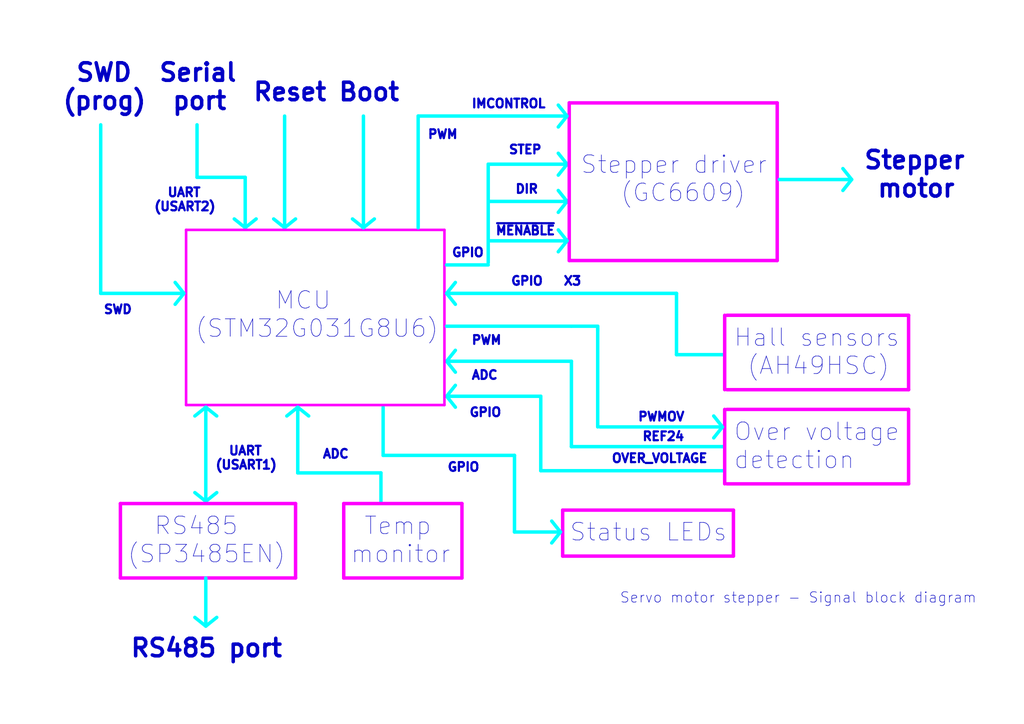
<source format=kicad_sch>
(kicad_sch
	(version 20250114)
	(generator "eeschema")
	(generator_version "9.0")
	(uuid "55f62029-af66-4168-97aa-c791fab7ce0f")
	(paper "A4")
	(title_block
		(title "Servo motor stepper M17 -  Signal block diagram")
		(date "2025-11-26")
		(rev "1.5")
	)
	(lib_symbols)
	(text "~{MENABLE}"
		(exclude_from_sim no)
		(at 143.51 68.58 0)
		(effects
			(font
				(size 2.54 2.54)
				(thickness 1.016)
				(bold yes)
			)
			(justify left bottom)
		)
		(uuid "0306a389-d773-48c0-b506-b4fc1c7b3103")
	)
	(text "Stepper driver\n   (GC6609)"
		(exclude_from_sim no)
		(at 168.275 59.055 0)
		(effects
			(font
				(size 5.08 5.08)
			)
			(justify left bottom)
		)
		(uuid "25a47439-cdf4-436d-8824-5a3b87c9ca49")
	)
	(text "Serial\n port"
		(exclude_from_sim no)
		(at 45.72 32.385 0)
		(effects
			(font
				(size 5.08 5.08)
				(thickness 1.016)
				(bold yes)
			)
			(justify left bottom)
		)
		(uuid "2cf457ec-01bc-4338-93d4-014d72c260eb")
	)
	(text "REF24"
		(exclude_from_sim no)
		(at 186.055 128.27 0)
		(effects
			(font
				(size 2.54 2.54)
				(thickness 1.016)
				(bold yes)
			)
			(justify left bottom)
		)
		(uuid "2e8598d1-76f5-4b81-9377-a05469d76b24")
	)
	(text "  RS485\n(SP3485EN)"
		(exclude_from_sim no)
		(at 36.83 163.83 0)
		(effects
			(font
				(size 5.08 5.08)
			)
			(justify left bottom)
		)
		(uuid "3d827aa1-ff9c-4171-b100-10607c1952d7")
	)
	(text " Temp\nmonitor"
		(exclude_from_sim no)
		(at 101.6 163.83 0)
		(effects
			(font
				(size 5.08 5.08)
			)
			(justify left bottom)
		)
		(uuid "4a52f72c-ca90-46f1-b7fa-21b3ac47ff4c")
	)
	(text "  UART\n(USART2)"
		(exclude_from_sim no)
		(at 44.45 61.595 0)
		(effects
			(font
				(size 2.54 2.54)
				(thickness 1.016)
				(bold yes)
			)
			(justify left bottom)
		)
		(uuid "4c1748e3-d4fd-42bb-b483-4c86a5f32e3e")
	)
	(text "      MCU\n(STM32G031G8U6)"
		(exclude_from_sim no)
		(at 56.515 98.425 0)
		(effects
			(font
				(size 5.08 5.08)
			)
			(justify left bottom)
		)
		(uuid "6099760b-ffe1-4054-98b7-6889c08e16bd")
	)
	(text "IMCONTROL"
		(exclude_from_sim no)
		(at 136.525 31.75 0)
		(effects
			(font
				(size 2.54 2.54)
				(thickness 1.016)
				(bold yes)
			)
			(justify left bottom)
		)
		(uuid "62dc8ea7-8208-4ea8-8c88-111f7b918189")
	)
	(text "ADC"
		(exclude_from_sim no)
		(at 93.345 133.35 0)
		(effects
			(font
				(size 2.54 2.54)
				(thickness 1.016)
				(bold yes)
			)
			(justify left bottom)
		)
		(uuid "673a4462-b109-4a7d-9a35-e6cebf415301")
	)
	(text "  UART\n(USART1)"
		(exclude_from_sim no)
		(at 62.23 136.525 0)
		(effects
			(font
				(size 2.54 2.54)
				(thickness 1.016)
				(bold yes)
			)
			(justify left bottom)
		)
		(uuid "687a1f6f-8780-406a-b095-b7d074b5efb8")
	)
	(text "PWM"
		(exclude_from_sim no)
		(at 136.525 100.33 0)
		(effects
			(font
				(size 2.54 2.54)
				(thickness 1.016)
				(bold yes)
			)
			(justify left bottom)
		)
		(uuid "6b558bc8-9b1e-462b-b2c5-72340ac7489f")
	)
	(text "GPIO"
		(exclude_from_sim no)
		(at 130.81 74.93 0)
		(effects
			(font
				(size 2.54 2.54)
				(thickness 1.016)
				(bold yes)
			)
			(justify left bottom)
		)
		(uuid "7bba3167-a655-4a3b-9572-010169bad36b")
	)
	(text "STEP"
		(exclude_from_sim no)
		(at 147.32 45.085 0)
		(effects
			(font
				(size 2.54 2.54)
				(thickness 1.016)
				(bold yes)
			)
			(justify left bottom)
		)
		(uuid "7bfe9e35-2194-4f4f-b870-912adeb9da52")
	)
	(text "X3"
		(exclude_from_sim no)
		(at 163.195 83.185 0)
		(effects
			(font
				(size 2.54 2.54)
				(thickness 1.016)
				(bold yes)
			)
			(justify left bottom)
		)
		(uuid "7c4cdafa-7540-47d0-8fdf-2cfdb95ef711")
	)
	(text " SWD\n(prog)"
		(exclude_from_sim no)
		(at 17.78 32.385 0)
		(effects
			(font
				(size 5.08 5.08)
				(thickness 1.016)
				(bold yes)
			)
			(justify left bottom)
		)
		(uuid "907c43af-cb83-4907-8b4c-440f534d9b10")
	)
	(text "Over voltage\ndetection"
		(exclude_from_sim no)
		(at 212.725 136.525 0)
		(effects
			(font
				(size 5.08 5.08)
			)
			(justify left bottom)
		)
		(uuid "94db8ab0-fcf4-4e31-b697-784bea86c35f")
	)
	(text "OVER_VOLTAGE"
		(exclude_from_sim no)
		(at 177.165 134.62 0)
		(effects
			(font
				(size 2.54 2.54)
				(thickness 1.016)
				(bold yes)
			)
			(justify left bottom)
		)
		(uuid "980f2a8f-a880-4622-b609-81f2cc363877")
	)
	(text "Status LEDs"
		(exclude_from_sim no)
		(at 165.1 157.48 0)
		(effects
			(font
				(size 5.08 5.08)
			)
			(justify left bottom)
		)
		(uuid "9bd0d460-e1ed-42e3-b5ae-d923f82244c3")
	)
	(text "ADC"
		(exclude_from_sim no)
		(at 136.525 110.49 0)
		(effects
			(font
				(size 2.54 2.54)
				(thickness 1.016)
				(bold yes)
			)
			(justify left bottom)
		)
		(uuid "a17adc27-aa84-41ce-88c0-d1d7980ad4a7")
	)
	(text "Boot"
		(exclude_from_sim no)
		(at 97.79 29.845 0)
		(effects
			(font
				(size 5.08 5.08)
				(thickness 1.016)
				(bold yes)
			)
			(justify left bottom)
		)
		(uuid "a25bb2ab-7eb7-4395-92d8-669afec33b58")
	)
	(text "GPIO"
		(exclude_from_sim no)
		(at 147.955 83.185 0)
		(effects
			(font
				(size 2.54 2.54)
				(thickness 1.016)
				(bold yes)
			)
			(justify left bottom)
		)
		(uuid "a8ee3644-3b19-4111-aec1-2af42edcafbe")
	)
	(text "PWMOV"
		(exclude_from_sim no)
		(at 184.785 122.555 0)
		(effects
			(font
				(size 2.54 2.54)
				(thickness 1.016)
				(bold yes)
			)
			(justify left bottom)
		)
		(uuid "b1bc9926-1c4b-40f7-b3ab-3bf14cc3939e")
	)
	(text "Reset"
		(exclude_from_sim no)
		(at 73.025 29.845 0)
		(effects
			(font
				(size 5.08 5.08)
				(thickness 1.016)
				(bold yes)
			)
			(justify left bottom)
		)
		(uuid "b6578426-8552-4973-9970-ae7467a33c72")
	)
	(text "DIR"
		(exclude_from_sim no)
		(at 149.225 56.515 0)
		(effects
			(font
				(size 2.54 2.54)
				(thickness 1.016)
				(bold yes)
			)
			(justify left bottom)
		)
		(uuid "c9dd3c25-2a4b-48f9-b241-1ab2ff1847a6")
	)
	(text "Stepper\n motor"
		(exclude_from_sim no)
		(at 250.19 57.785 0)
		(effects
			(font
				(size 5.08 5.08)
				(thickness 1.016)
				(bold yes)
			)
			(justify left bottom)
		)
		(uuid "cc049191-e591-47ad-8eaf-b9b077413515")
	)
	(text "PWM"
		(exclude_from_sim no)
		(at 123.825 40.64 0)
		(effects
			(font
				(size 2.54 2.54)
				(thickness 1.016)
				(bold yes)
			)
			(justify left bottom)
		)
		(uuid "d9b9c27d-8998-43e6-9c42-a6c635a32565")
	)
	(text "GPIO"
		(exclude_from_sim no)
		(at 135.89 121.285 0)
		(effects
			(font
				(size 2.54 2.54)
				(thickness 1.016)
				(bold yes)
			)
			(justify left bottom)
		)
		(uuid "e210297d-26f6-47a2-953b-98d69dce99fb")
	)
	(text "RS485 port"
		(exclude_from_sim no)
		(at 37.465 191.135 0)
		(effects
			(font
				(size 5.08 5.08)
				(thickness 1.016)
				(bold yes)
			)
			(justify left bottom)
		)
		(uuid "e463dc67-5dfe-4c85-b969-faab3b51e781")
	)
	(text "Servo motor stepper - Signal block diagram"
		(exclude_from_sim no)
		(at 179.705 175.26 0)
		(effects
			(font
				(size 3 3)
			)
			(justify left bottom)
		)
		(uuid "e4adba42-d137-4631-96d4-45c791b149da")
	)
	(text "Hall sensors\n (AH49HSC)"
		(exclude_from_sim no)
		(at 212.725 109.22 0)
		(effects
			(font
				(size 5.08 5.08)
			)
			(justify left bottom)
		)
		(uuid "ec5c4dfc-e68a-40e3-ae7e-c7204bc1e336")
	)
	(text "SWD"
		(exclude_from_sim no)
		(at 29.845 91.44 0)
		(effects
			(font
				(size 2.54 2.54)
				(thickness 1.016)
				(bold yes)
			)
			(justify left bottom)
		)
		(uuid "f5cecdcf-926d-49bd-853e-ec95505d0122")
	)
	(text "GPIO"
		(exclude_from_sim no)
		(at 129.54 137.16 0)
		(effects
			(font
				(size 2.54 2.54)
				(thickness 1.016)
				(bold yes)
			)
			(justify left bottom)
		)
		(uuid "fe7fa6ce-047f-4464-950b-803e86ec5be1")
	)
	(polyline
		(pts
			(xy 173.355 95.25) (xy 173.355 123.825)
		)
		(stroke
			(width 1)
			(type solid)
			(color 0 255 255 1)
		)
		(uuid "0160bb9b-40a7-4661-a9dc-ebb2bb702385")
	)
	(polyline
		(pts
			(xy 263.525 140.335) (xy 210.82 140.335)
		)
		(stroke
			(width 1)
			(type solid)
			(color 255 0 255 1)
		)
		(uuid "01df33e9-3ea6-46dc-a882-0a09ea05795c")
	)
	(polyline
		(pts
			(xy 132.08 107.95) (xy 129.54 104.775)
		)
		(stroke
			(width 1)
			(type solid)
			(color 0 255 255 1)
		)
		(uuid "058631d5-0de5-4ebf-9dd2-e016f3913db9")
	)
	(polyline
		(pts
			(xy 263.525 118.745) (xy 263.525 140.335)
		)
		(stroke
			(width 1)
			(type solid)
			(color 255 0 255 1)
		)
		(uuid "06f91fb9-086e-4e1f-933f-888e4b7d4840")
	)
	(polyline
		(pts
			(xy 129.54 114.935) (xy 132.08 111.76)
		)
		(stroke
			(width 1)
			(type solid)
			(color 0 255 255 1)
		)
		(uuid "0c84ab2a-d1a3-4e79-9a98-0ed869e5175d")
	)
	(polyline
		(pts
			(xy 173.355 94.615) (xy 173.355 95.885)
		)
		(stroke
			(width 1)
			(type solid)
			(color 0 255 255 1)
		)
		(uuid "0f01640f-69f9-4582-8d38-99a1bf0809da")
	)
	(polyline
		(pts
			(xy 57.15 51.435) (xy 71.12 51.435)
		)
		(stroke
			(width 1)
			(type solid)
			(color 0 255 255 1)
		)
		(uuid "16a0e6cd-6a02-4940-86f0-bc77ef8e6a7c")
	)
	(polyline
		(pts
			(xy 121.285 66.04) (xy 121.285 33.655)
		)
		(stroke
			(width 1)
			(type solid)
			(color 0 255 255 1)
		)
		(uuid "17bd1896-c035-41d6-ae68-bc9fdf4b6210")
	)
	(polyline
		(pts
			(xy 149.225 132.08) (xy 149.225 154.305)
		)
		(stroke
			(width 1)
			(type solid)
			(color 0 255 255 1)
		)
		(uuid "1dd91975-d8bd-422c-b5df-1e998a7720ec")
	)
	(polyline
		(pts
			(xy 62.865 179.07) (xy 59.69 181.61)
		)
		(stroke
			(width 1)
			(type solid)
			(color 0 255 255 1)
		)
		(uuid "232bda92-52fe-4b8c-8685-4bf4dced8b73")
	)
	(polyline
		(pts
			(xy 86.36 118.11) (xy 89.535 120.65)
		)
		(stroke
			(width 1)
			(type solid)
			(color 0 255 255 1)
		)
		(uuid "266a69b7-3453-425a-8c16-b32db15885ba")
	)
	(polyline
		(pts
			(xy 210.82 118.745) (xy 263.525 118.745)
		)
		(stroke
			(width 1)
			(type solid)
			(color 255 0 255 1)
		)
		(uuid "27db86b9-f4ab-491b-a3d7-c17f785eb297")
	)
	(polyline
		(pts
			(xy 53.34 85.09) (xy 50.8 88.265)
		)
		(stroke
			(width 1)
			(type solid)
			(color 0 255 255 1)
		)
		(uuid "299e9975-29de-456d-8ae4-f6eed078d973")
	)
	(polyline
		(pts
			(xy 156.845 114.935) (xy 156.845 136.525)
		)
		(stroke
			(width 1)
			(type solid)
			(color 0 255 255 1)
		)
		(uuid "2b8853a3-a5e8-4c65-9f4d-280468285b13")
	)
	(polyline
		(pts
			(xy 210.185 91.44) (xy 210.185 113.03)
		)
		(stroke
			(width 1)
			(type solid)
			(color 255 0 255 1)
		)
		(uuid "2cbd44c2-f025-4f7d-b6b8-b008da8d9100")
	)
	(polyline
		(pts
			(xy 247.015 52.07) (xy 244.475 55.245)
		)
		(stroke
			(width 1)
			(type solid)
			(color 0 255 255 1)
		)
		(uuid "2cc5bbd1-4499-4278-aa10-d53f22eba6f2")
	)
	(polyline
		(pts
			(xy 82.55 33.655) (xy 82.55 65.405)
		)
		(stroke
			(width 1)
			(type solid)
			(color 0 255 255 1)
		)
		(uuid "2d9eacb5-3dde-4ed6-80a4-bf5db304fdab")
	)
	(polyline
		(pts
			(xy 164.465 69.85) (xy 161.925 73.025)
		)
		(stroke
			(width 1)
			(type solid)
			(color 0 255 255 1)
		)
		(uuid "303e8633-15c5-4729-869b-3ba717042dff")
	)
	(polyline
		(pts
			(xy 74.295 63.5) (xy 71.12 66.04)
		)
		(stroke
			(width 1)
			(type solid)
			(color 0 255 255 1)
		)
		(uuid "332d277a-3b39-45bc-8ade-58d466894dce")
	)
	(polyline
		(pts
			(xy 212.725 161.29) (xy 163.195 161.29)
		)
		(stroke
			(width 1)
			(type solid)
			(color 255 0 255 1)
		)
		(uuid "3409eb4c-fc38-43dc-975d-eb77c85584a1")
	)
	(polyline
		(pts
			(xy 162.56 154.305) (xy 149.225 154.305)
		)
		(stroke
			(width 1)
			(type solid)
			(color 0 255 255 1)
		)
		(uuid "34adcb31-2ef7-4b59-8115-e7bd7f972358")
	)
	(polyline
		(pts
			(xy 86.36 137.16) (xy 110.49 137.16)
		)
		(stroke
			(width 1)
			(type solid)
			(color 0 255 255 1)
		)
		(uuid "38e05e4d-35db-4ebb-87e7-38130cffbde6")
	)
	(polyline
		(pts
			(xy 196.215 85.09) (xy 196.215 102.87)
		)
		(stroke
			(width 1)
			(type solid)
			(color 0 255 255 1)
		)
		(uuid "39bf4620-3006-442f-a44d-ebcd72cb7c11")
	)
	(polyline
		(pts
			(xy 99.695 146.05) (xy 99.695 167.64)
		)
		(stroke
			(width 1)
			(type solid)
			(color 255 0 255 1)
		)
		(uuid "3a245add-6bb2-41d9-bb09-3791d74492a8")
	)
	(polyline
		(pts
			(xy 29.21 85.09) (xy 29.21 36.195)
		)
		(stroke
			(width 1)
			(type solid)
			(color 0 255 255 1)
		)
		(uuid "40723cf3-0b89-40da-8bf7-4a940de86de6")
	)
	(polyline
		(pts
			(xy 207.01 120.65) (xy 209.55 123.825)
		)
		(stroke
			(width 1)
			(type solid)
			(color 0 255 255 1)
		)
		(uuid "410d2043-dab9-4847-8ee9-dacab8eeab71")
	)
	(polyline
		(pts
			(xy 82.55 66.04) (xy 79.375 63.5)
		)
		(stroke
			(width 1)
			(type solid)
			(color 0 255 255 1)
		)
		(uuid "46ba1dd4-1541-485a-9bda-1f38f81c8384")
	)
	(polyline
		(pts
			(xy 105.41 66.04) (xy 102.235 63.5)
		)
		(stroke
			(width 1)
			(type solid)
			(color 0 255 255 1)
		)
		(uuid "497b1251-8fa2-4990-8430-31b54e5b24bb")
	)
	(polyline
		(pts
			(xy 165.1 29.845) (xy 165.1 75.565)
		)
		(stroke
			(width 1)
			(type solid)
			(color 255 0 255 1)
		)
		(uuid "4aad2026-6388-4408-bdae-679f8fe5ff8f")
	)
	(polyline
		(pts
			(xy 141.605 47.625) (xy 163.83 47.625)
		)
		(stroke
			(width 1)
			(type solid)
			(color 0 255 255 1)
		)
		(uuid "4d393061-e9be-4399-b9a8-b5d8b16431b3")
	)
	(polyline
		(pts
			(xy 156.845 114.935) (xy 130.175 114.935)
		)
		(stroke
			(width 1)
			(type solid)
			(color 0 255 255 1)
		)
		(uuid "4dd97175-4c60-47aa-98c0-962503e9a21c")
	)
	(polyline
		(pts
			(xy 161.925 30.48) (xy 164.465 33.655)
		)
		(stroke
			(width 1)
			(type solid)
			(color 0 255 255 1)
		)
		(uuid "4ed85bf0-396c-4869-b578-b0ddc5b0d4e7")
	)
	(polyline
		(pts
			(xy 83.185 120.65) (xy 86.36 118.11)
		)
		(stroke
			(width 1)
			(type solid)
			(color 0 255 255 1)
		)
		(uuid "566f6258-8f68-4426-879d-ce22e06f3cc2")
	)
	(polyline
		(pts
			(xy 128.905 66.675) (xy 128.905 117.475)
		)
		(stroke
			(width 0.75)
			(type solid)
			(color 255 0 255 1)
		)
		(uuid "65f13f14-6952-4ea4-9c2a-1b4fedcd8cf9")
	)
	(polyline
		(pts
			(xy 129.54 76.835) (xy 141.605 76.835)
		)
		(stroke
			(width 1)
			(type solid)
			(color 0 255 255 1)
		)
		(uuid "6d45bb32-f204-4b3e-b0a5-0100374e544f")
	)
	(polyline
		(pts
			(xy 59.69 167.64) (xy 59.69 180.975)
		)
		(stroke
			(width 1)
			(type solid)
			(color 0 255 255 1)
		)
		(uuid "6f388439-e805-4984-8eec-a7d00c7d4c20")
	)
	(polyline
		(pts
			(xy 133.985 167.64) (xy 99.695 167.64)
		)
		(stroke
			(width 1)
			(type solid)
			(color 255 0 255 1)
		)
		(uuid "6f42e0b1-499f-4461-8e5b-26f47b872d06")
	)
	(polyline
		(pts
			(xy 110.49 137.16) (xy 110.49 145.415)
		)
		(stroke
			(width 1)
			(type solid)
			(color 0 255 255 1)
		)
		(uuid "7099a78d-f522-434d-99bc-469926ee366c")
	)
	(polyline
		(pts
			(xy 225.425 75.565) (xy 165.1 75.565)
		)
		(stroke
			(width 1)
			(type solid)
			(color 255 0 255 1)
		)
		(uuid "7164fa45-2b01-461f-836e-ff48ebf46ee1")
	)
	(polyline
		(pts
			(xy 142.24 69.85) (xy 163.83 69.85)
		)
		(stroke
			(width 1)
			(type solid)
			(color 0 255 255 1)
		)
		(uuid "72337394-4dbe-4136-a565-266031d45b85")
	)
	(polyline
		(pts
			(xy 161.925 66.675) (xy 164.465 69.85)
		)
		(stroke
			(width 1)
			(type solid)
			(color 0 255 255 1)
		)
		(uuid "76a5f305-3510-4aef-80ac-f429a7f7bb71")
	)
	(polyline
		(pts
			(xy 128.905 117.475) (xy 53.975 117.475)
		)
		(stroke
			(width 0.75)
			(type solid)
			(color 255 0 255 1)
		)
		(uuid "793fd96f-dc10-464e-a261-14779b2ba9d6")
	)
	(polyline
		(pts
			(xy 165.735 94.615) (xy 173.355 94.615)
		)
		(stroke
			(width 1)
			(type solid)
			(color 0 255 255 1)
		)
		(uuid "79ddfd76-e2d1-428c-8d09-a58b96b6f8e3")
	)
	(polyline
		(pts
			(xy 162.56 154.305) (xy 160.02 157.48)
		)
		(stroke
			(width 1)
			(type solid)
			(color 0 255 255 1)
		)
		(uuid "7cc3eaf9-1fc9-4c06-bee3-9ec51b08bcd0")
	)
	(polyline
		(pts
			(xy 59.69 118.11) (xy 59.69 144.78)
		)
		(stroke
			(width 1)
			(type solid)
			(color 0 255 255 1)
		)
		(uuid "7d46fc92-925e-4245-8197-ef28e171b38e")
	)
	(polyline
		(pts
			(xy 99.695 146.05) (xy 133.985 146.05)
		)
		(stroke
			(width 1)
			(type solid)
			(color 255 0 255 1)
		)
		(uuid "7f34cb4e-1cec-497d-84ef-29e7fa0802c1")
	)
	(polyline
		(pts
			(xy 244.475 48.895) (xy 247.015 52.07)
		)
		(stroke
			(width 1)
			(type solid)
			(color 0 255 255 1)
		)
		(uuid "8264c137-82a8-4c01-89b1-4484b8ac1bb2")
	)
	(polyline
		(pts
			(xy 263.525 113.03) (xy 210.82 113.03)
		)
		(stroke
			(width 1)
			(type solid)
			(color 255 0 255 1)
		)
		(uuid "82adcefa-025c-46c9-9830-b502a5066218")
	)
	(polyline
		(pts
			(xy 226.06 52.07) (xy 246.38 52.07)
		)
		(stroke
			(width 1)
			(type solid)
			(color 0 255 255 1)
		)
		(uuid "84011ab5-8ef8-44f7-95de-aa1881837026")
	)
	(polyline
		(pts
			(xy 111.125 132.08) (xy 149.225 132.08)
		)
		(stroke
			(width 1)
			(type solid)
			(color 0 255 255 1)
		)
		(uuid "87c80c6c-14dc-41ea-8a05-d3b29f2c8244")
	)
	(polyline
		(pts
			(xy 132.08 88.265) (xy 129.54 85.09)
		)
		(stroke
			(width 1)
			(type solid)
			(color 0 255 255 1)
		)
		(uuid "89eaefa4-b4cf-4568-aa94-d81de9c3b1a4")
	)
	(polyline
		(pts
			(xy 173.99 123.825) (xy 209.55 123.825)
		)
		(stroke
			(width 1)
			(type solid)
			(color 0 255 255 1)
		)
		(uuid "8a4e0be6-a3dc-4ba9-8a7f-d965408b6985")
	)
	(polyline
		(pts
			(xy 85.725 63.5) (xy 82.55 66.04)
		)
		(stroke
			(width 1)
			(type solid)
			(color 0 255 255 1)
		)
		(uuid "8a57c779-3740-41c4-946c-502cd5839ec8")
	)
	(polyline
		(pts
			(xy 53.975 66.675) (xy 128.905 66.675)
		)
		(stroke
			(width 0.75)
			(type solid)
			(color 255 0 255 1)
		)
		(uuid "8e294f62-0034-4815-98f2-6d03536ed01c")
	)
	(polyline
		(pts
			(xy 59.69 118.11) (xy 62.865 120.65)
		)
		(stroke
			(width 1)
			(type solid)
			(color 0 255 255 1)
		)
		(uuid "8e7858ed-bb0d-4797-85d8-1767f629b69e")
	)
	(polyline
		(pts
			(xy 132.08 118.11) (xy 129.54 114.935)
		)
		(stroke
			(width 1)
			(type solid)
			(color 0 255 255 1)
		)
		(uuid "9204f4a7-7148-40fa-9cbe-1a0f53ba6402")
	)
	(polyline
		(pts
			(xy 111.125 118.11) (xy 111.125 132.08)
		)
		(stroke
			(width 1)
			(type solid)
			(color 0 255 255 1)
		)
		(uuid "9345b0a5-e8e8-449e-8cbc-0a77aac856cc")
	)
	(polyline
		(pts
			(xy 161.925 44.45) (xy 164.465 47.625)
		)
		(stroke
			(width 1)
			(type solid)
			(color 0 255 255 1)
		)
		(uuid "946fbd2a-fcf9-4f0f-8e75-f0c72a9c3a44")
	)
	(polyline
		(pts
			(xy 59.69 145.415) (xy 56.515 142.875)
		)
		(stroke
			(width 1)
			(type solid)
			(color 0 255 255 1)
		)
		(uuid "95fae609-b5b4-48bf-bb9a-f16aa166fa3b")
	)
	(polyline
		(pts
			(xy 165.735 94.615) (xy 129.54 94.615)
		)
		(stroke
			(width 1)
			(type solid)
			(color 0 255 255 1)
		)
		(uuid "96480aa8-954e-4992-861a-dcad4391abb2")
	)
	(polyline
		(pts
			(xy 163.195 147.955) (xy 163.195 161.29)
		)
		(stroke
			(width 1)
			(type solid)
			(color 255 0 255 1)
		)
		(uuid "97d12699-8d24-4b52-9bfb-b9e83aea6d80")
	)
	(polyline
		(pts
			(xy 59.69 181.61) (xy 56.515 179.07)
		)
		(stroke
			(width 1)
			(type solid)
			(color 0 255 255 1)
		)
		(uuid "9890f739-c45e-496e-8bf0-b8a07e764fad")
	)
	(polyline
		(pts
			(xy 29.21 85.09) (xy 52.705 85.09)
		)
		(stroke
			(width 1)
			(type solid)
			(color 0 255 255 1)
		)
		(uuid "9921e327-7516-452d-b92d-13d24234859f")
	)
	(polyline
		(pts
			(xy 34.925 146.05) (xy 85.725 146.05)
		)
		(stroke
			(width 1)
			(type solid)
			(color 255 0 255 1)
		)
		(uuid "9c779296-a30a-45a2-96fc-2b66f4f9291e")
	)
	(polyline
		(pts
			(xy 196.215 85.09) (xy 130.175 85.09)
		)
		(stroke
			(width 1)
			(type solid)
			(color 0 255 255 1)
		)
		(uuid "a26836ca-7cf0-43ec-8e05-9d85833028ce")
	)
	(polyline
		(pts
			(xy 85.725 167.64) (xy 34.925 167.64)
		)
		(stroke
			(width 1)
			(type solid)
			(color 255 0 255 1)
		)
		(uuid "a3400890-323b-459c-9a52-bfcebff4ef6d")
	)
	(polyline
		(pts
			(xy 209.55 123.825) (xy 207.01 127)
		)
		(stroke
			(width 1)
			(type solid)
			(color 0 255 255 1)
		)
		(uuid "a6f69231-1cd5-432f-8389-d23c419ca8b1")
	)
	(polyline
		(pts
			(xy 121.285 33.655) (xy 163.83 33.655)
		)
		(stroke
			(width 1)
			(type solid)
			(color 0 255 255 1)
		)
		(uuid "a77e3323-fd0e-449f-9537-3003f04ae49f")
	)
	(polyline
		(pts
			(xy 160.02 151.13) (xy 162.56 154.305)
		)
		(stroke
			(width 1)
			(type solid)
			(color 0 255 255 1)
		)
		(uuid "a7e21cf9-fae9-4a40-b2b5-7ffb5c227b2d")
	)
	(polyline
		(pts
			(xy 141.605 76.2) (xy 141.605 47.625)
		)
		(stroke
			(width 1)
			(type solid)
			(color 0 255 255 1)
		)
		(uuid "aa6c2709-0178-41c1-8603-8d1e32d8a9a9")
	)
	(polyline
		(pts
			(xy 53.975 66.675) (xy 53.975 117.475)
		)
		(stroke
			(width 0.75)
			(type solid)
			(color 255 0 255 1)
		)
		(uuid "ac4f3832-23bc-45f3-a281-4bbd54dd6256")
	)
	(polyline
		(pts
			(xy 210.82 91.44) (xy 263.525 91.44)
		)
		(stroke
			(width 1)
			(type solid)
			(color 255 0 255 1)
		)
		(uuid "ae34ea0b-447b-470c-9191-f750b2470508")
	)
	(polyline
		(pts
			(xy 209.55 136.525) (xy 156.845 136.525)
		)
		(stroke
			(width 1)
			(type solid)
			(color 0 255 255 1)
		)
		(uuid "ae90db71-9cc8-4998-b3b0-c2e9e5649664")
	)
	(polyline
		(pts
			(xy 129.54 104.775) (xy 132.08 101.6)
		)
		(stroke
			(width 1)
			(type solid)
			(color 0 255 255 1)
		)
		(uuid "b327410f-ccb2-46fb-8c50-7c78415375d2")
	)
	(polyline
		(pts
			(xy 161.925 55.245) (xy 164.465 58.42)
		)
		(stroke
			(width 1)
			(type solid)
			(color 0 255 255 1)
		)
		(uuid "b41a4f0b-a057-453b-9715-ed46bb19aabe")
	)
	(polyline
		(pts
			(xy 164.465 33.655) (xy 161.925 36.83)
		)
		(stroke
			(width 1)
			(type solid)
			(color 0 255 255 1)
		)
		(uuid "b6ee2474-a003-4b0b-8253-3b604decc08a")
	)
	(polyline
		(pts
			(xy 164.465 58.42) (xy 161.925 61.595)
		)
		(stroke
			(width 1)
			(type solid)
			(color 0 255 255 1)
		)
		(uuid "b721c08f-4acc-4495-a369-ad58ad6b543f")
	)
	(polyline
		(pts
			(xy 225.425 29.845) (xy 225.425 75.565)
		)
		(stroke
			(width 1)
			(type solid)
			(color 255 0 255 1)
		)
		(uuid "bf5071b1-cbe0-462e-99d2-65b507daa19b")
	)
	(polyline
		(pts
			(xy 164.465 47.625) (xy 161.925 50.8)
		)
		(stroke
			(width 1)
			(type solid)
			(color 0 255 255 1)
		)
		(uuid "c598fc40-0d9f-4eea-8fb7-b4332dc8806b")
	)
	(polyline
		(pts
			(xy 50.8 81.915) (xy 53.34 85.09)
		)
		(stroke
			(width 1)
			(type solid)
			(color 0 255 255 1)
		)
		(uuid "c60ed070-20c0-46b5-bd37-49a6c5830298")
	)
	(polyline
		(pts
			(xy 163.195 147.955) (xy 212.725 147.955)
		)
		(stroke
			(width 1)
			(type solid)
			(color 255 0 255 1)
		)
		(uuid "c70ddcd9-9ec7-4fa5-96c6-883cb8424a00")
	)
	(polyline
		(pts
			(xy 71.12 66.04) (xy 67.945 63.5)
		)
		(stroke
			(width 1)
			(type solid)
			(color 0 255 255 1)
		)
		(uuid "c9220dea-85da-4683-b231-7062ca06b340")
	)
	(polyline
		(pts
			(xy 85.725 146.05) (xy 85.725 167.64)
		)
		(stroke
			(width 1)
			(type solid)
			(color 255 0 255 1)
		)
		(uuid "ce2f570d-c80d-42dc-975e-69bd3a69a621")
	)
	(polyline
		(pts
			(xy 71.12 51.435) (xy 71.12 65.405)
		)
		(stroke
			(width 1)
			(type solid)
			(color 0 255 255 1)
		)
		(uuid "d26c8392-aa4d-451c-a401-ed566d625def")
	)
	(polyline
		(pts
			(xy 165.735 104.775) (xy 130.175 104.775)
		)
		(stroke
			(width 1)
			(type solid)
			(color 0 255 255 1)
		)
		(uuid "d3d173a7-2418-430e-a38b-a3699d8d6046")
	)
	(polyline
		(pts
			(xy 86.36 118.11) (xy 86.36 137.16)
		)
		(stroke
			(width 1)
			(type solid)
			(color 0 255 255 1)
		)
		(uuid "e003d16a-89d5-4267-915e-896c28457367")
	)
	(polyline
		(pts
			(xy 34.925 146.05) (xy 34.925 167.64)
		)
		(stroke
			(width 1)
			(type solid)
			(color 255 0 255 1)
		)
		(uuid "e00d0096-e6cb-4c09-816a-d745881b1dfc")
	)
	(polyline
		(pts
			(xy 62.865 142.875) (xy 59.69 145.415)
		)
		(stroke
			(width 1)
			(type solid)
			(color 0 255 255 1)
		)
		(uuid "e197ede2-1818-4360-8362-2d8ac698a21e")
	)
	(polyline
		(pts
			(xy 57.15 51.435) (xy 57.15 36.195)
		)
		(stroke
			(width 1)
			(type solid)
			(color 0 255 255 1)
		)
		(uuid "e21d5d0f-f45e-4d18-a617-c5256e35a57e")
	)
	(polyline
		(pts
			(xy 133.985 146.05) (xy 133.985 167.64)
		)
		(stroke
			(width 1)
			(type solid)
			(color 255 0 255 1)
		)
		(uuid "e3b62004-3094-412e-9e49-346905ac08c0")
	)
	(polyline
		(pts
			(xy 165.735 129.54) (xy 209.55 129.54)
		)
		(stroke
			(width 1)
			(type solid)
			(color 0 255 255 1)
		)
		(uuid "e4d6bf22-99b1-4224-b202-bfe4d8e138e0")
	)
	(polyline
		(pts
			(xy 141.605 58.42) (xy 163.83 58.42)
		)
		(stroke
			(width 1)
			(type solid)
			(color 0 255 255 1)
		)
		(uuid "e67c77f2-0237-44d3-b5c3-a143fbd214a6")
	)
	(polyline
		(pts
			(xy 263.525 91.44) (xy 263.525 113.03)
		)
		(stroke
			(width 1)
			(type solid)
			(color 255 0 255 1)
		)
		(uuid "e99f8c07-f214-4180-864c-d7ada9a1fb7c")
	)
	(polyline
		(pts
			(xy 105.41 33.655) (xy 105.41 65.405)
		)
		(stroke
			(width 1)
			(type solid)
			(color 0 255 255 1)
		)
		(uuid "ea884524-24e2-41d6-8f1f-7f4c6151bb8d")
	)
	(polyline
		(pts
			(xy 108.585 63.5) (xy 105.41 66.04)
		)
		(stroke
			(width 1)
			(type solid)
			(color 0 255 255 1)
		)
		(uuid "f41d4756-17ba-4ea7-aa2c-387111470910")
	)
	(polyline
		(pts
			(xy 165.1 29.845) (xy 225.425 29.845)
		)
		(stroke
			(width 1)
			(type solid)
			(color 255 0 255 1)
		)
		(uuid "f8480a6f-f197-4add-9014-2172d61d65ca")
	)
	(polyline
		(pts
			(xy 165.735 104.775) (xy 165.735 129.54)
		)
		(stroke
			(width 1)
			(type solid)
			(color 0 255 255 1)
		)
		(uuid "f862de0b-5827-4ca7-813f-1c2662fe42c4")
	)
	(polyline
		(pts
			(xy 209.55 102.87) (xy 196.215 102.87)
		)
		(stroke
			(width 1)
			(type solid)
			(color 0 255 255 1)
		)
		(uuid "f8e080ad-c41a-44b7-844c-e775233bc0a8")
	)
	(polyline
		(pts
			(xy 56.515 120.65) (xy 59.69 118.11)
		)
		(stroke
			(width 1)
			(type solid)
			(color 0 255 255 1)
		)
		(uuid "fa4677c9-a253-486f-8ce7-55abc134f096")
	)
	(polyline
		(pts
			(xy 212.725 147.955) (xy 212.725 161.29)
		)
		(stroke
			(width 1)
			(type solid)
			(color 255 0 255 1)
		)
		(uuid "fb22dd9f-fa86-48af-b17b-9612059dc8b6")
	)
	(polyline
		(pts
			(xy 210.185 118.745) (xy 210.185 140.335)
		)
		(stroke
			(width 1)
			(type solid)
			(color 255 0 255 1)
		)
		(uuid "fde88487-90de-4813-97e9-22ae5dfae889")
	)
	(polyline
		(pts
			(xy 129.54 85.09) (xy 132.08 81.915)
		)
		(stroke
			(width 1)
			(type solid)
			(color 0 255 255 1)
		)
		(uuid "fefa01fb-24b3-43da-a85c-54c66bf7311b")
	)
)

</source>
